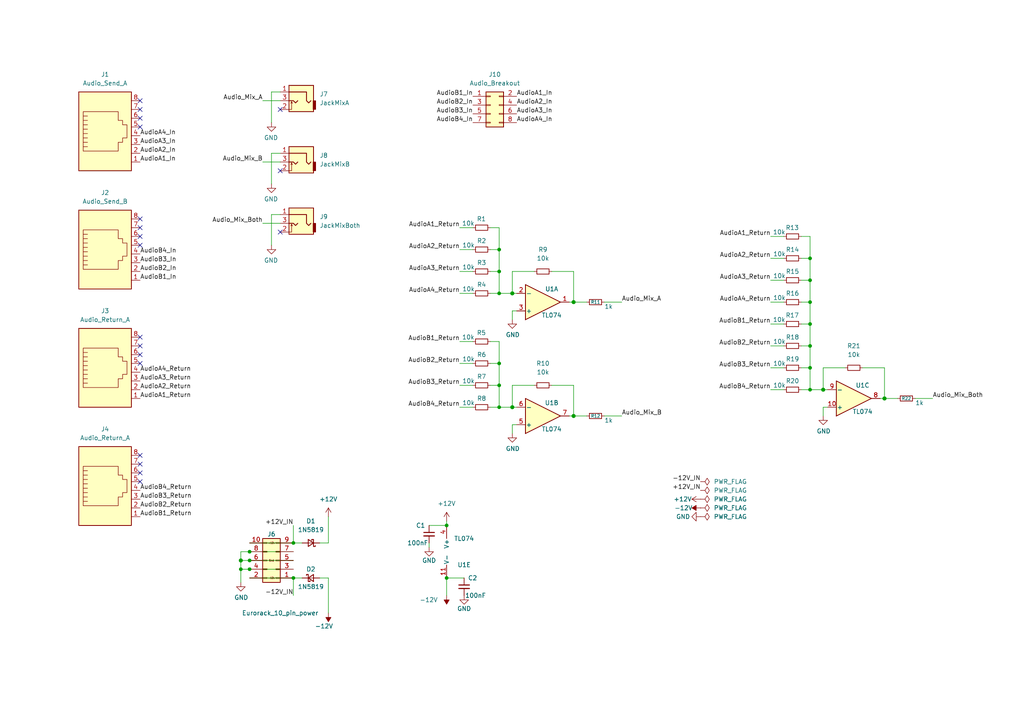
<source format=kicad_sch>
(kicad_sch (version 20211123) (generator eeschema)
  (paper "A4")
  (title_block (title "Quadraphone Controls") (rev "1.0") (company "Mountjoy Modular"))
  (lib_symbols
    (symbol "Amplifier_Operational:TL074" (pin_names (offset 0.127))
      (property "Reference" "U" (at 0 5.08 0))
      (property "Value" "TL074" (at 0 -5.08 0))
      (symbol "TL074_1_1"
        (polyline (pts (xy -5.08 5.08) (xy 5.08 0) (xy -5.08 -5.08) (xy -5.08 5.08)) (stroke (width 0.254)) (fill (type background)))
        (pin output line (at 7.62 0 180) (length 2.54) (name "~") (number "1"))
        (pin input line (at -7.62 -2.54 0) (length 2.54) (name "-") (number "2"))
        (pin input line (at -7.62 2.54 0) (length 2.54) (name "+") (number "3"))
      )
      (symbol "TL074_2_1"
        (polyline (pts (xy -5.08 5.08) (xy 5.08 0) (xy -5.08 -5.08) (xy -5.08 5.08)) (stroke (width 0.254)) (fill (type background)))
        (pin input line (at -7.62 2.54 0) (length 2.54) (name "+") (number "5"))
        (pin input line (at -7.62 -2.54 0) (length 2.54) (name "-") (number "6"))
        (pin output line (at 7.62 0 180) (length 2.54) (name "~") (number "7"))
      )
      (symbol "TL074_3_1"
        (polyline (pts (xy -5.08 5.08) (xy 5.08 0) (xy -5.08 -5.08) (xy -5.08 5.08)) (stroke (width 0.254)) (fill (type background)))
        (pin input line (at -7.62 2.54 0) (length 2.54) (name "+") (number "10"))
        (pin output line (at 7.62 0 180) (length 2.54) (name "~") (number "8"))
        (pin input line (at -7.62 -2.54 0) (length 2.54) (name "-") (number "9"))
      )
      (symbol "TL074_4_1"
        (polyline (pts (xy -5.08 5.08) (xy 5.08 0) (xy -5.08 -5.08) (xy -5.08 5.08)) (stroke (width 0.254)) (fill (type background)))
        (pin input line (at -7.62 2.54 0) (length 2.54) (name "+") (number "12"))
        (pin input line (at -7.62 -2.54 0) (length 2.54) (name "-") (number "13"))
        (pin output line (at 7.62 0 180) (length 2.54) (name "~") (number "14"))
      )
      (symbol "TL074_5_1"
        (pin power_in line (at -2.54 -7.62 90) (length 3.81) (name "V-") (number "11"))
        (pin power_in line (at -2.54 7.62 270) (length 3.81) (name "V+") (number "4"))
      )
    )
    (symbol "Connector:RJ45" (pin_names (offset 1.016))
      (property "Reference" "J" (at -5.08 13.97 0))
      (property "Value" "RJ45" (at 2.54 13.97 0))
      (symbol "RJ45_0_1"
        (polyline (pts (xy -5.08 4.445) (xy -6.35 4.445)))
        (polyline (pts (xy -5.08 5.715) (xy -6.35 5.715)))
        (polyline (pts (xy -6.35 -3.175) (xy -5.08 -3.175) (xy -5.08 -3.175)))
        (polyline (pts (xy -6.35 -1.905) (xy -5.08 -1.905) (xy -5.08 -1.905)))
        (polyline (pts (xy -6.35 -0.635) (xy -5.08 -0.635) (xy -5.08 -0.635)))
        (polyline (pts (xy -6.35 0.635) (xy -5.08 0.635) (xy -5.08 0.635)))
        (polyline (pts (xy -6.35 1.905) (xy -5.08 1.905) (xy -5.08 1.905)))
        (polyline (pts (xy -5.08 3.175) (xy -6.35 3.175) (xy -6.35 3.175)))
        (polyline (pts (xy -6.35 -4.445) (xy -6.35 6.985) (xy 3.81 6.985) (xy 3.81 4.445) (xy 5.08 4.445) (xy 5.08 3.175) (xy 6.35 3.175) (xy 6.35 -0.635) (xy 5.08 -0.635) (xy 5.08 -1.905) (xy 3.81 -1.905) (xy 3.81 -4.445) (xy -6.35 -4.445) (xy -6.35 -4.445)))
        (rectangle (start 7.62 12.7) (end -7.62 -10.16) (stroke (width 0.254)) (fill (type background)))
      )
      (symbol "RJ45_1_1"
        (pin passive line (at 10.16 -7.62 180) (length 2.54) (name "~") (number "1"))
        (pin passive line (at 10.16 -5.08 180) (length 2.54) (name "~") (number "2"))
        (pin passive line (at 10.16 -2.54 180) (length 2.54) (name "~") (number "3"))
        (pin passive line (at 10.16 0 180) (length 2.54) (name "~") (number "4"))
        (pin passive line (at 10.16 2.54 180) (length 2.54) (name "~") (number "5"))
        (pin passive line (at 10.16 5.08 180) (length 2.54) (name "~") (number "6"))
        (pin passive line (at 10.16 7.62 180) (length 2.54) (name "~") (number "7"))
        (pin passive line (at 10.16 10.16 180) (length 2.54) (name "~") (number "8"))
      )
    )
    (symbol "Connector_Generic:Conn_02x04_Odd_Even" (pin_names (offset 1.016) hide)
      (property "Reference" "J" (at 1.27 5.08 0))
      (property "Value" "Conn_02x04_Odd_Even" (at 1.27 -7.62 0))
      (symbol "Conn_02x04_Odd_Even_1_1"
        (rectangle (start -1.27 -4.953) (end 0 -5.207) (stroke (width 0.1524)))
        (rectangle (start -1.27 -2.413) (end 0 -2.667) (stroke (width 0.1524)))
        (rectangle (start -1.27 0.127) (end 0 -0.127) (stroke (width 0.1524)))
        (rectangle (start -1.27 2.667) (end 0 2.413) (stroke (width 0.1524)))
        (rectangle (start -1.27 3.81) (end 3.81 -6.35) (stroke (width 0.254)) (fill (type background)))
        (rectangle (start 3.81 -4.953) (end 2.54 -5.207) (stroke (width 0.1524)))
        (rectangle (start 3.81 -2.413) (end 2.54 -2.667) (stroke (width 0.1524)))
        (rectangle (start 3.81 0.127) (end 2.54 -0.127) (stroke (width 0.1524)))
        (rectangle (start 3.81 2.667) (end 2.54 2.413) (stroke (width 0.1524)))
        (pin passive line (at -5.08 2.54 0) (length 3.81) (name "Pin_1") (number "1"))
        (pin passive line (at 7.62 2.54 180) (length 3.81) (name "Pin_2") (number "2"))
        (pin passive line (at -5.08 0 0) (length 3.81) (name "Pin_3") (number "3"))
        (pin passive line (at 7.62 0 180) (length 3.81) (name "Pin_4") (number "4"))
        (pin passive line (at -5.08 -2.54 0) (length 3.81) (name "Pin_5") (number "5"))
        (pin passive line (at 7.62 -2.54 180) (length 3.81) (name "Pin_6") (number "6"))
        (pin passive line (at -5.08 -5.08 0) (length 3.81) (name "Pin_7") (number "7"))
        (pin passive line (at 7.62 -5.08 180) (length 3.81) (name "Pin_8") (number "8"))
      )
    )
    (symbol "Device:C_Small" (pin_numbers hide) (pin_names (offset 0.254) hide)
      (property "Reference" "C" (at 0.254 1.778 0))
      (property "Value" "C_Small" (at 0.254 -2.032 0))
      (symbol "C_Small_0_1"
        (polyline (pts (xy -1.524 -0.508) (xy 1.524 -0.508)) (stroke (width 0.3302)))
        (polyline (pts (xy -1.524 0.508) (xy 1.524 0.508)) (stroke (width 0.3048)))
      )
      (symbol "C_Small_1_1"
        (pin passive line (at 0 2.54 270) (length 2.032) (name "~") (number "1"))
        (pin passive line (at 0 -2.54 90) (length 2.032) (name "~") (number "2"))
      )
    )
    (symbol "Device:D_Schottky_Small" (pin_numbers hide) (pin_names (offset 0.254) hide)
      (property "Reference" "D" (at -1.27 2.032 0))
      (property "Value" "D_Schottky_Small" (at -7.112 -2.032 0))
      (symbol "D_Schottky_Small_0_1"
        (polyline (pts (xy -0.762 0) (xy 0.762 0)))
        (polyline (pts (xy 0.762 -1.016) (xy -0.762 0) (xy 0.762 1.016) (xy 0.762 -1.016)) (stroke (width 0.254)))
        (polyline (pts (xy -1.27 0.762) (xy -1.27 1.016) (xy -0.762 1.016) (xy -0.762 -1.016) (xy -0.254 -1.016) (xy -0.254 -0.762)) (stroke (width 0.254)))
      )
      (symbol "D_Schottky_Small_1_1"
        (pin passive line (at -2.54 0 0) (length 1.778) (name "K") (number "1"))
        (pin passive line (at 2.54 0 180) (length 1.778) (name "A") (number "2"))
      )
    )
    (symbol "Device:R_Small" (pin_numbers hide) (pin_names (offset 0.254) hide)
      (property "Reference" "R" (at 0.762 0.508 0))
      (property "Value" "R_Small" (at 0.762 -1.016 0))
      (symbol "R_Small_0_1"
        (rectangle (start -0.762 1.778) (end 0.762 -1.778) (stroke (width 0.2032)))
      )
      (symbol "R_Small_1_1"
        (pin passive line (at 0 2.54 270) (length 0.762) (name "~") (number "1"))
        (pin passive line (at 0 -2.54 90) (length 0.762) (name "~") (number "2"))
      )
    )
    (symbol "Eurorack Header:Eurorack_10_pin_power" (pin_names (offset 1.016) hide)
      (property "Reference" "J" (at 1.27 7.62 0))
      (property "Value" "Eurorack_10_pin_power" (at 1.27 -7.62 0))
      (symbol "Eurorack_10_pin_power_1_0"
        (text "+12v" (at 1.27 -5.08 0) (effects (font (size 0.508 0.508))))
        (text "-12v" (at 1.27 5.08 0) (effects (font (size 0.508 0.508))))
        (text "Gnd" (at 1.27 0 0) (effects (font (size 0.508 0.508))))
      )
      (symbol "Eurorack_10_pin_power_1_1"
        (rectangle (start -1.27 -4.953) (end 0 -5.207) (stroke (width 0.1524)))
        (rectangle (start -1.27 -2.413) (end 0 -2.667) (stroke (width 0.1524)))
        (rectangle (start -1.27 0.127) (end 0 -0.127) (stroke (width 0.1524)))
        (rectangle (start -1.27 2.667) (end 0 2.413) (stroke (width 0.1524)))
        (rectangle (start -1.27 5.207) (end 0 4.953) (stroke (width 0.1524)))
        (rectangle (start -1.27 6.35) (end 3.81 -6.35) (stroke (width 0.254)) (fill (type background)))
        (rectangle (start 3.81 -4.953) (end 2.54 -5.207) (stroke (width 0.1524)))
        (rectangle (start 3.81 -2.413) (end 2.54 -2.667) (stroke (width 0.1524)))
        (rectangle (start 3.81 0.127) (end 2.54 -0.127) (stroke (width 0.1524)))
        (rectangle (start 3.81 2.667) (end 2.54 2.413) (stroke (width 0.1524)))
        (rectangle (start 3.81 5.207) (end 2.54 4.953) (stroke (width 0.1524)))
        (pin power_in line (at -5.08 5.08 0) (length 3.81) (name "Pin_1") (number "1"))
        (pin passive line (at 7.62 -5.08 180) (length 3.81) (name "Pin_10") (number "10"))
        (pin passive line (at 7.62 5.08 180) (length 3.81) (name "Pin_2") (number "2"))
        (pin passive line (at -5.08 2.54 0) (length 3.81) (name "Pin_3") (number "3"))
        (pin passive line (at 7.62 2.54 180) (length 3.81) (name "Pin_4") (number "4"))
        (pin power_in line (at -5.08 0 0) (length 3.81) (name "Pin_5") (number "5"))
        (pin passive line (at 7.62 0 180) (length 3.81) (name "Pin_6") (number "6"))
        (pin passive line (at -5.08 -2.54 0) (length 3.81) (name "Pin_7") (number "7"))
        (pin passive line (at 7.62 -2.54 180) (length 3.81) (name "Pin_8") (number "8"))
        (pin power_in line (at -5.08 -5.08 0) (length 3.81) (name "Pin_9") (number "9"))
      )
    )
    (symbol "power:+12V" (power) (pin_names (offset 0))
      (property "Value" "+12V" (at 0 3.556 0))
      (symbol "+12V_0_1"
        (polyline (pts (xy -0.762 1.27) (xy 0 2.54)))
        (polyline (pts (xy 0 0) (xy 0 2.54)))
        (polyline (pts (xy 0 2.54) (xy 0.762 1.27)))
      )
      (symbol "+12V_1_1"
        (pin power_in line (at 0 0 90) (length 0) hide (name "+12V") (number "1"))
      )
    )
    (symbol "power:-12V" (power) (pin_names (offset 0))
      (property "Value" "-12V" (at 0 3.81 0))
      (symbol "-12V_0_0"
        (pin power_in line (at 0 0 90) (length 0) hide (name "-12V") (number "1"))
      )
      (symbol "-12V_0_1"
        (polyline (pts (xy 0 0) (xy 0 1.27) (xy 0.762 1.27) (xy 0 2.54) (xy -0.762 1.27) (xy 0 1.27)) (fill (type outline)))
      )
    )
    (symbol "power:GND" (power) (pin_names (offset 0))
      (property "Value" "GND" (at 0 -3.81 0))
      (symbol "GND_0_1"
        (polyline (pts (xy 0 0) (xy 0 -1.27) (xy 1.27 -1.27) (xy 0 -2.54) (xy -1.27 -1.27) (xy 0 -1.27)))
      )
      (symbol "GND_1_1"
        (pin power_in line (at 0 0 270) (length 0) hide (name "GND") (number "1"))
      )
    )
    (symbol "power:PWR_FLAG" (power) (pin_numbers hide) (pin_names (offset 0) hide)
      (property "Value" "PWR_FLAG" (at 0 3.81 0))
      (symbol "PWR_FLAG_0_0"
        (pin power_out line (at 0 0 90) (length 0) (name "pwr") (number "1"))
      )
      (symbol "PWR_FLAG_0_1"
        (polyline (pts (xy 0 0) (xy 0 1.27) (xy -1.016 1.905) (xy 0 2.54) (xy 1.016 1.905) (xy 0 1.27)))
      )
    )
    (symbol "thonkiconn:AudioJack2_Ground_Switch" (pin_names (offset 1.016))
      (property "Reference" "J" (at 0 8.89 0))
      (property "Value" "AudioJack2_Ground_Switch" (at 0 6.35 0))
      (symbol "AudioJack2_Ground_Switch_0_1"
        (rectangle (start -4.445 -2.54) (end -5.207 0) (fill (type outline)))
        (polyline (pts (xy 1.778 -0.254) (xy 2.032 -0.762)))
        (polyline (pts (xy 0 0) (xy 0.635 -0.635) (xy 1.27 0) (xy 2.54 0)) (stroke (width 0.254)))
        (polyline (pts (xy 2.54 -2.54) (xy 1.778 -2.54) (xy 1.778 -0.254) (xy 1.524 -0.762)))
        (polyline (pts (xy 2.54 2.54) (xy -2.54 2.54) (xy -2.54 0) (xy -3.175 -0.635) (xy -3.81 0)) (stroke (width 0.254)))
        (rectangle (start 2.54 -3.175) (end -4.572 4.445) (stroke (width 0.254)) (fill (type background)))
      )
      (symbol "AudioJack2_Ground_Switch_1_1"
        (pin passive line (at 5.08 2.54 180) (length 2.54) (name "~") (number "1"))
        (pin passive line (at 5.08 -2.54 180) (length 2.54) (name "~") (number "2"))
        (pin passive line (at 5.08 0 180) (length 2.54) (name "~") (number "3"))
      )
    )
  )
  (junction (at 85.09 167.64))
  (junction (at 234.95 93.98))
  (junction (at 148.59 85.09) (diameter 1.016))
  (junction (at 144.78 85.09))
  (junction (at 148.59 118.11) (diameter 1.016))
  (junction (at 129.54 152.4))
  (junction (at 144.78 118.11))
  (junction (at 234.95 87.63))
  (junction (at 144.78 78.74))
  (junction (at 129.54 167.64))
  (junction (at 85.09 157.48))
  (junction (at 69.85 165.1))
  (junction (at 234.95 74.93))
  (junction (at 234.95 113.03))
  (junction (at 144.78 111.76))
  (junction (at 72.39 160.02))
  (junction (at 72.39 162.56))
  (junction (at 234.95 81.28))
  (junction (at 166.37 87.63) (diameter 1.016))
  (junction (at 234.95 106.68))
  (junction (at 69.85 162.56) (diameter 1.016))
  (junction (at 234.95 100.33))
  (junction (at 144.78 72.39))
  (junction (at 256.54 115.57) (diameter 1.016))
  (junction (at 144.78 105.41))
  (junction (at 238.76 113.03) (diameter 1.016))
  (junction (at 72.39 165.1))
  (junction (at 166.37 120.65) (diameter 1.016))
  (no_connect (at 40.64 132.08))
  (no_connect (at 40.64 63.5))
  (no_connect (at 81.28 31.75))
  (no_connect (at 40.64 34.29))
  (no_connect (at 40.64 71.12))
  (no_connect (at 40.64 134.62))
  (no_connect (at 40.64 68.58))
  (no_connect (at 81.28 67.31))
  (no_connect (at 81.28 49.53))
  (no_connect (at 40.64 66.04))
  (no_connect (at 40.64 102.87))
  (no_connect (at 40.64 137.16))
  (no_connect (at 40.64 29.21))
  (no_connect (at 40.64 139.7))
  (no_connect (at 40.64 100.33))
  (no_connect (at 40.64 31.75))
  (no_connect (at 40.64 105.41))
  (no_connect (at 40.64 36.83))
  (no_connect (at 40.64 97.79))
  (wire (pts (xy 234.95 93.98) (xy 234.95 100.33)))
  (wire (pts (xy 95.25 149.86) (xy 95.25 157.48)))
  (wire (pts (xy 232.41 100.33) (xy 234.95 100.33)))
  (wire (pts (xy 85.09 167.64) (xy 85.09 172.72)))
  (wire (pts (xy 142.24 78.74) (xy 144.78 78.74)))
  (wire (pts (xy 256.54 115.57) (xy 260.35 115.57)))
  (wire (pts (xy 232.41 81.28) (xy 234.95 81.28)))
  (wire (pts (xy 69.85 165.1) (xy 69.85 168.91)))
  (wire (pts (xy 72.39 167.64) (xy 85.09 167.64)))
  (wire (pts (xy 175.26 87.63) (xy 180.34 87.63)))
  (wire (pts (xy 148.59 78.74) (xy 154.94 78.74)))
  (wire (pts (xy 234.95 106.68) (xy 234.95 113.03)))
  (wire (pts (xy 129.54 167.64) (xy 129.54 172.72)))
  (wire (pts (xy 69.85 160.02) (xy 69.85 162.56)))
  (wire (pts (xy 148.59 118.11) (xy 149.86 118.11)))
  (wire (pts (xy 133.35 118.11) (xy 137.16 118.11)))
  (wire (pts (xy 223.52 93.98) (xy 227.33 93.98)))
  (wire (pts (xy 223.52 74.93) (xy 227.33 74.93)))
  (wire (pts (xy 85.09 152.4) (xy 85.09 157.48)))
  (wire (pts (xy 85.09 157.48) (xy 87.63 157.48)))
  (wire (pts (xy 72.39 157.48) (xy 85.09 157.48)))
  (wire (pts (xy 81.28 26.67) (xy 78.74 26.67)))
  (wire (pts (xy 69.85 160.02) (xy 72.39 160.02)))
  (wire (pts (xy 133.35 72.39) (xy 137.16 72.39)))
  (wire (pts (xy 144.78 99.06) (xy 144.78 105.41)))
  (wire (pts (xy 144.78 78.74) (xy 144.78 85.09)))
  (wire (pts (xy 142.24 105.41) (xy 144.78 105.41)))
  (wire (pts (xy 148.59 78.74) (xy 148.59 85.09)))
  (wire (pts (xy 133.35 78.74) (xy 137.16 78.74)))
  (wire (pts (xy 234.95 87.63) (xy 234.95 93.98)))
  (wire (pts (xy 72.39 160.02) (xy 85.09 160.02)))
  (wire (pts (xy 166.37 111.76) (xy 166.37 120.65)))
  (wire (pts (xy 166.37 78.74) (xy 160.02 78.74)))
  (wire (pts (xy 238.76 106.68) (xy 245.11 106.68)))
  (wire (pts (xy 69.85 162.56) (xy 72.39 162.56)))
  (wire (pts (xy 142.24 99.06) (xy 144.78 99.06)))
  (wire (pts (xy 144.78 118.11) (xy 148.59 118.11)))
  (wire (pts (xy 144.78 72.39) (xy 144.78 78.74)))
  (wire (pts (xy 232.41 106.68) (xy 234.95 106.68)))
  (wire (pts (xy 133.35 105.41) (xy 137.16 105.41)))
  (wire (pts (xy 149.86 123.19) (xy 148.59 123.19)))
  (wire (pts (xy 223.52 68.58) (xy 227.33 68.58)))
  (wire (pts (xy 223.52 106.68) (xy 227.33 106.68)))
  (wire (pts (xy 265.43 115.57) (xy 270.51 115.57)))
  (wire (pts (xy 223.52 81.28) (xy 227.33 81.28)))
  (wire (pts (xy 148.59 111.76) (xy 154.94 111.76)))
  (wire (pts (xy 232.41 93.98) (xy 234.95 93.98)))
  (wire (pts (xy 165.1 87.63) (xy 166.37 87.63)))
  (wire (pts (xy 142.24 118.11) (xy 144.78 118.11)))
  (wire (pts (xy 81.28 44.45) (xy 78.74 44.45)))
  (wire (pts (xy 124.46 152.4) (xy 129.54 152.4)))
  (wire (pts (xy 72.39 162.56) (xy 85.09 162.56)))
  (wire (pts (xy 234.95 81.28) (xy 234.95 87.63)))
  (wire (pts (xy 166.37 111.76) (xy 160.02 111.76)))
  (wire (pts (xy 232.41 113.03) (xy 234.95 113.03)))
  (wire (pts (xy 144.78 66.04) (xy 144.78 72.39)))
  (wire (pts (xy 234.95 100.33) (xy 234.95 106.68)))
  (wire (pts (xy 69.85 165.1) (xy 72.39 165.1)))
  (wire (pts (xy 223.52 87.63) (xy 227.33 87.63)))
  (wire (pts (xy 69.85 162.56) (xy 69.85 165.1)))
  (wire (pts (xy 232.41 87.63) (xy 234.95 87.63)))
  (wire (pts (xy 240.03 118.11) (xy 238.76 118.11)))
  (wire (pts (xy 142.24 72.39) (xy 144.78 72.39)))
  (wire (pts (xy 255.27 115.57) (xy 256.54 115.57)))
  (wire (pts (xy 165.1 120.65) (xy 166.37 120.65)))
  (wire (pts (xy 238.76 113.03) (xy 240.03 113.03)))
  (wire (pts (xy 124.46 157.48) (xy 124.46 158.75)))
  (wire (pts (xy 142.24 111.76) (xy 144.78 111.76)))
  (wire (pts (xy 133.35 99.06) (xy 137.16 99.06)))
  (wire (pts (xy 81.28 46.99) (xy 76.2 46.99)))
  (wire (pts (xy 92.71 157.48) (xy 95.25 157.48)))
  (wire (pts (xy 144.78 111.76) (xy 144.78 118.11)))
  (wire (pts (xy 81.28 29.21) (xy 76.2 29.21)))
  (wire (pts (xy 78.74 44.45) (xy 78.74 53.34)))
  (wire (pts (xy 81.28 64.77) (xy 76.2 64.77)))
  (wire (pts (xy 133.35 111.76) (xy 137.16 111.76)))
  (wire (pts (xy 85.09 167.64) (xy 87.63 167.64)))
  (wire (pts (xy 133.35 66.04) (xy 137.16 66.04)))
  (wire (pts (xy 232.41 68.58) (xy 234.95 68.58)))
  (wire (pts (xy 238.76 106.68) (xy 238.76 113.03)))
  (wire (pts (xy 78.74 26.67) (xy 78.74 35.56)))
  (wire (pts (xy 148.59 111.76) (xy 148.59 118.11)))
  (wire (pts (xy 92.71 167.64) (xy 95.25 167.64)))
  (wire (pts (xy 148.59 85.09) (xy 149.86 85.09)))
  (wire (pts (xy 134.62 167.64) (xy 129.54 167.64)))
  (wire (pts (xy 144.78 85.09) (xy 148.59 85.09)))
  (wire (pts (xy 223.52 100.33) (xy 227.33 100.33)))
  (wire (pts (xy 238.76 118.11) (xy 238.76 120.65)))
  (wire (pts (xy 234.95 113.03) (xy 238.76 113.03)))
  (wire (pts (xy 148.59 123.19) (xy 148.59 125.73)))
  (wire (pts (xy 142.24 85.09) (xy 144.78 85.09)))
  (wire (pts (xy 256.54 106.68) (xy 256.54 115.57)))
  (wire (pts (xy 166.37 78.74) (xy 166.37 87.63)))
  (wire (pts (xy 175.26 120.65) (xy 180.34 120.65)))
  (wire (pts (xy 166.37 87.63) (xy 170.18 87.63)))
  (wire (pts (xy 78.74 62.23) (xy 78.74 71.12)))
  (wire (pts (xy 232.41 74.93) (xy 234.95 74.93)))
  (wire (pts (xy 223.52 113.03) (xy 227.33 113.03)))
  (wire (pts (xy 133.35 85.09) (xy 137.16 85.09)))
  (wire (pts (xy 144.78 105.41) (xy 144.78 111.76)))
  (wire (pts (xy 149.86 90.17) (xy 148.59 90.17)))
  (wire (pts (xy 72.39 165.1) (xy 85.09 165.1)))
  (wire (pts (xy 142.24 66.04) (xy 144.78 66.04)))
  (wire (pts (xy 234.95 68.58) (xy 234.95 74.93)))
  (wire (pts (xy 148.59 90.17) (xy 148.59 92.71)))
  (wire (pts (xy 129.54 151.13) (xy 129.54 152.4)))
  (wire (pts (xy 81.28 62.23) (xy 78.74 62.23)))
  (wire (pts (xy 256.54 106.68) (xy 250.19 106.68)))
  (wire (pts (xy 166.37 120.65) (xy 170.18 120.65)))
  (wire (pts (xy 95.25 167.64) (xy 95.25 177.8)))
  (wire (pts (xy 234.95 74.93) (xy 234.95 81.28)))
  (text "Audio Mixed Output" (at -60.96 231.14 0) (effects (font (size 2.54 2.54) (thickness 0.508) bold) (justify left bottom)))
  (label "Audio_Mix_B" (at 180.34 120.65 0))
  (label "+12V_IN" (at 85.09 152.4 180))
  (label "+12V_IN" (at 203.2 142.24 180))
  (label "AudioA2_In" (at 149.86 30.48 0))
  (label "AudioB2_In" (at 40.64 78.74 0))
  (label "AudioA1_Return" (at 223.52 68.58 180))
  (label "AudioA3_Return" (at 40.64 110.49 0))
  (label "AudioB2_Return" (at 133.35 105.41 180))
  (label "AudioA4_In" (at 40.64 39.37 0))
  (label "AudioA2_In" (at 40.64 44.45 0))
  (label "AudioA3_Return" (at 223.52 81.28 180))
  (label "AudioB1_In" (at 40.64 81.28 0))
  (label "-12V_IN" (at 85.09 172.72 180))
  (label "AudioA1_In" (at 149.86 27.94 0))
  (label "AudioB3_Return" (at 133.35 111.76 180))
  (label "Audio_Mix_B" (at 76.2 46.99 180))
  (label "AudioA2_Return" (at 133.35 72.39 180))
  (label "AudioA4_In" (at 149.86 35.56 0))
  (label "AudioB3_Return" (at 223.52 106.68 180))
  (label "Audio_Mix_Both" (at 76.2 64.77 180))
  (label "AudioB1_Return" (at 133.35 99.06 180))
  (label "AudioA2_Return" (at 40.64 113.03 0))
  (label "AudioB1_Return" (at 223.52 93.98 180))
  (label "Audio_Mix_A" (at 180.34 87.63 0))
  (label "AudioB4_Return" (at 133.35 118.11 180))
  (label "AudioA1_Return" (at 40.64 115.57 0))
  (label "AudioB2_Return" (at 40.64 147.32 0))
  (label "AudioA1_In" (at 40.64 46.99 0))
  (label "AudioA4_Return" (at 223.52 87.63 180))
  (label "AudioB1_Return" (at 40.64 149.86 0))
  (label "AudioB4_Return" (at 40.64 142.24 0))
  (label "AudioB2_In" (at 137.16 30.48 180))
  (label "AudioA3_In" (at 40.64 41.91 0))
  (label "AudioA2_Return" (at 223.52 74.93 180))
  (label "AudioB3_In" (at 137.16 33.02 180))
  (label "AudioA4_Return" (at 133.35 85.09 180))
  (label "AudioA3_Return" (at 133.35 78.74 180))
  (label "AudioB4_In" (at 137.16 35.56 180))
  (label "AudioB2_Return" (at 223.52 100.33 180))
  (label "Audio_Mix_A" (at 76.2 29.21 180))
  (label "AudioA4_Return" (at 40.64 107.95 0))
  (label "AudioB3_Return" (at 40.64 144.78 0))
  (label "AudioA1_Return" (at 133.35 66.04 180))
  (label "AudioA3_In" (at 149.86 33.02 0))
  (label "AudioB1_In" (at 137.16 27.94 180))
  (label "AudioB3_In" (at 40.64 76.2 0))
  (label "-12V_IN" (at 203.2 139.7 180))
  (label "AudioB4_Return" (at 223.52 113.03 180))
  (label "Audio_Mix_Both" (at 270.51 115.57 0))
  (label "AudioB4_In" (at 40.64 73.66 0))
  (symbol (lib_id "Device:R_Small") (at 139.7 99.06 270) (unit 1)
    (property "Reference" "R5" (at 139.6275 96.52 90))
    (property "Value" "10k" (at 135.8175 97.79 90))
    (property "Footprint" "Resistor_SMD:R_0603_1608Metric" (effects hide))
    (property "Part_Number" "C22984" (effects hide))
  )
  (symbol (lib_id "thonkiconn:AudioJack2_Ground_Switch") (at 86.36 29.21 0) (mirror y) (unit 1)
    (property "Reference" "J7" (at 92.71 27.3049 0) (effects (justify right)))
    (property "Value" "JackMixA" (at 92.71 29.8449 0) (effects (justify right)))
    (property "Footprint" "Custom_Footprints:THONKICONN_hole" (effects hide))
  )
  (symbol (lib_id "Device:C_Small") (at 134.62 170.18 0) (mirror y) (unit 1)
    (property "Reference" "C2" (at 138.43 167.64 0) (effects (justify left)))
    (property "Value" "100nF" (at 140.97 172.72 0) (effects (justify left)))
    (property "Footprint" "Capacitor_SMD:C_0603_1608Metric" (effects hide))
    (property "Part_Number" "C23630" (effects hide))
  )
  (symbol (lib_id "Device:R_Small") (at 139.7 66.04 270) (unit 1)
    (property "Reference" "R1" (at 139.6275 63.5 90))
    (property "Value" "10k" (at 135.8175 64.77 90))
    (property "Footprint" "Resistor_SMD:R_0603_1608Metric" (effects hide))
    (property "Part_Number" "C22984" (effects hide))
  )
  (symbol (lib_id "Connector:RJ45") (at 30.48 73.66 0) (unit 1)
    (property "Reference" "J2" (at 30.48 55.88 0))
    (property "Value" "Audio_Send_B" (at 30.48 58.42 0))
    (property "Footprint" "Custom_Footprints:RJ45_Amphenol_RJHSE-3080" (effects hide))
  )
  (symbol (lib_id "Device:R_Small") (at 139.7 78.74 270) (unit 1)
    (property "Reference" "R3" (at 139.7 76.2 90))
    (property "Value" "10k" (at 135.89 77.47 90))
    (property "Footprint" "Resistor_SMD:R_0603_1608Metric" (effects hide))
    (property "Part_Number" "C22984" (effects hide))
  )
  (symbol (lib_id "power:PWR_FLAG") (at 203.2 144.78 270) (unit 1)
    (property "Reference" "#FLG03" (effects hide))
    (property "Value" "PWR_FLAG" (at 207.01 144.7799 90) (effects (justify left)))
  )
  (symbol (lib_id "Device:R_Small") (at 139.7 111.76 270) (unit 1)
    (property "Reference" "R7" (at 139.7 109.22 90))
    (property "Value" "10k" (at 135.89 110.49 90))
    (property "Footprint" "Resistor_SMD:R_0603_1608Metric" (effects hide))
    (property "Part_Number" "C22984" (effects hide))
  )
  (symbol (lib_id "power:-12V") (at 95.25 177.8 180) (unit 1)
    (property "Reference" "#PWR06" (effects hide))
    (property "Value" "-12V" (at 93.98 181.61 0))
  )
  (symbol (lib_id "Device:D_Schottky_Small") (at 90.17 167.64 0) (unit 1)
    (property "Reference" "D2" (at 90.17 165.1 0))
    (property "Value" "1N5819" (at 90.17 170.18 0))
    (property "Footprint" "Diode_SMD:D_SOD-123" (effects hide))
  )
  (symbol (lib_id "power:-12V") (at 129.54 172.72 180) (unit 1)
    (property "Reference" "#PWR09" (effects hide))
    (property "Value" "-12V" (at 127 173.9899 0) (effects (justify left)))
  )
  (symbol (lib_id "power:+12V") (at 129.54 151.13 0) (unit 1)
    (property "Reference" "#PWR08" (effects hide))
    (property "Value" "+12V" (at 129.54 146.05 0))
  )
  (symbol (lib_id "Device:R_Small") (at 172.72 87.63 270) (unit 1)
    (property "Reference" "R11" (at 172.72 87.63 90) (effects (font (size 0.9 0.9))))
    (property "Value" "1k" (at 176.53 88.9 90))
    (property "Footprint" "Resistor_SMD:R_0603_1608Metric" (effects hide))
    (property "Part_Number" "C21190" (effects hide))
  )
  (symbol (lib_id "Eurorack Header:Eurorack_10_pin_power") (at 80.01 162.56 180) (unit 1)
    (property "Reference" "J6" (at 78.74 154.94 0))
    (property "Value" "Eurorack_10_pin_power" (at 81.28 177.8 0))
    (property "Footprint" "Connector_PinHeader_2.54mm:PinHeader_2x05_P2.54mm_Vertical" (effects hide))
  )
  (symbol (lib_id "Device:C_Small") (at 124.46 154.94 0) (unit 1)
    (property "Reference" "C1" (at 120.65 152.4 0) (effects (justify left)))
    (property "Value" "100nF" (at 118.11 157.48 0) (effects (justify left)))
    (property "Footprint" "Capacitor_SMD:C_0603_1608Metric" (effects hide))
    (property "Part_Number" "C23630" (effects hide))
  )
  (symbol (lib_id "power:GND") (at 238.76 120.65 0) (unit 1)
    (property "Reference" "#PWR016" (effects hide))
    (property "Value" "GND" (at 238.887 125.0442 0))
  )
  (symbol (lib_id "power:GND") (at 148.59 125.73 0) (unit 1)
    (property "Reference" "#PWR012" (effects hide))
    (property "Value" "GND" (at 148.717 130.1242 0))
  )
  (symbol (lib_id "power:PWR_FLAG") (at 203.2 149.86 270) (unit 1)
    (property "Reference" "#FLG05" (effects hide))
    (property "Value" "PWR_FLAG" (at 207.01 149.8599 90) (effects (justify left)))
  )
  (symbol (lib_id "Amplifier_Operational:TL074") (at 157.48 120.65 0) (mirror x) (unit 2)
    (property "Reference" "U1" (at 160.02 116.84 0))
    (property "Value" "TL074" (at 160.02 124.46 0))
    (property "Footprint" "Package_SO:SOIC-14_3.9x8.7mm_P1.27mm" (effects hide))
    (property "Datasheet" "http://www.ti.com/lit/ds/symlink/tl071.pdf" (effects hide))
  )
  (symbol (lib_id "Device:R_Small") (at 139.7 72.39 270) (unit 1)
    (property "Reference" "R2" (at 139.7 69.85 90))
    (property "Value" "10k" (at 135.89 71.12 90))
    (property "Footprint" "Resistor_SMD:R_0603_1608Metric" (effects hide))
    (property "Part_Number" "C22984" (effects hide))
  )
  (symbol (lib_id "thonkiconn:AudioJack2_Ground_Switch") (at 86.36 64.77 0) (mirror y) (unit 1)
    (property "Reference" "J9" (at 92.71 62.8649 0) (effects (justify right)))
    (property "Value" "JackMixBoth" (at 92.71 65.4049 0) (effects (justify right)))
    (property "Footprint" "Custom_Footprints:THONKICONN_hole" (effects hide))
  )
  (symbol (lib_id "Device:R_Small") (at 229.87 68.58 270) (unit 1)
    (property "Reference" "R13" (at 229.7975 66.04 90))
    (property "Value" "10k" (at 225.9875 67.31 90))
    (property "Footprint" "Resistor_SMD:R_0603_1608Metric" (effects hide))
    (property "Part_Number" "C22984" (effects hide))
  )
  (symbol (lib_id "power:PWR_FLAG") (at 203.2 139.7 270) (unit 1)
    (property "Reference" "#FLG01" (effects hide))
    (property "Value" "PWR_FLAG" (at 207.01 139.6999 90) (effects (justify left)))
  )
  (symbol (lib_id "power:GND") (at 148.59 92.71 0) (unit 1)
    (property "Reference" "#PWR011" (effects hide))
    (property "Value" "GND" (at 148.717 97.1042 0))
  )
  (symbol (lib_id "Device:R_Small") (at 229.87 74.93 270) (unit 1)
    (property "Reference" "R14" (at 229.87 72.39 90))
    (property "Value" "10k" (at 226.06 73.66 90))
    (property "Footprint" "Resistor_SMD:R_0603_1608Metric" (effects hide))
    (property "Part_Number" "C22984" (effects hide))
  )
  (symbol (lib_id "Device:R_Small") (at 172.72 120.65 270) (unit 1)
    (property "Reference" "R12" (at 172.72 120.65 90) (effects (font (size 0.9 0.9))))
    (property "Value" "1k" (at 176.53 121.92 90))
    (property "Footprint" "Resistor_SMD:R_0603_1608Metric" (effects hide))
    (property "Part_Number" "C21190" (effects hide))
  )
  (symbol (lib_id "power:+12V") (at 95.25 149.86 0) (unit 1)
    (property "Reference" "#PWR05" (effects hide))
    (property "Value" "+12V" (at 95.25 144.78 0))
  )
  (symbol (lib_id "Device:R_Small") (at 229.87 113.03 270) (unit 1)
    (property "Reference" "R20" (at 229.87 110.49 90))
    (property "Value" "10k" (at 226.06 111.76 90))
    (property "Footprint" "Resistor_SMD:R_0603_1608Metric" (effects hide))
    (property "Part_Number" "C22984" (effects hide))
  )
  (symbol (lib_id "Connector:RJ45") (at 30.48 142.24 0) (unit 1)
    (property "Reference" "J4" (at 30.48 124.46 0))
    (property "Value" "Audio_Return_A" (at 30.48 127 0))
    (property "Footprint" "Custom_Footprints:RJ45_Amphenol_RJHSE-3080" (effects hide))
  )
  (symbol (lib_id "Device:R_Small") (at 157.48 78.74 270) (unit 1)
    (property "Reference" "R9" (at 157.48 72.39 90))
    (property "Value" "10k" (at 157.48 74.93 90))
    (property "Footprint" "Resistor_SMD:R_0603_1608Metric" (effects hide))
    (property "Part_Number" "C22984" (effects hide))
  )
  (symbol (lib_id "Device:R_Small") (at 262.89 115.57 270) (unit 1)
    (property "Reference" "R22" (at 262.89 115.57 90) (effects (font (size 0.9 0.9))))
    (property "Value" "1k" (at 266.7 116.84 90))
    (property "Footprint" "Resistor_SMD:R_0603_1608Metric" (effects hide))
    (property "Part_Number" "C21190" (effects hide))
  )
  (symbol (lib_id "Device:R_Small") (at 139.7 85.09 270) (unit 1)
    (property "Reference" "R4" (at 139.7 82.55 90))
    (property "Value" "10k" (at 135.89 83.82 90))
    (property "Footprint" "Resistor_SMD:R_0603_1608Metric" (effects hide))
    (property "Part_Number" "C22984" (effects hide))
  )
  (symbol (lib_id "power:PWR_FLAG") (at 203.2 142.24 270) (unit 1)
    (property "Reference" "#FLG02" (effects hide))
    (property "Value" "PWR_FLAG" (at 207.01 142.2399 90) (effects (justify left)))
  )
  (symbol (lib_id "Amplifier_Operational:TL074") (at 157.48 87.63 0) (mirror x) (unit 1)
    (property "Reference" "U1" (at 160.02 83.82 0))
    (property "Value" "TL074" (at 160.02 91.44 0))
    (property "Footprint" "Package_SO:SOIC-14_3.9x8.7mm_P1.27mm" (effects hide))
    (property "Datasheet" "http://www.ti.com/lit/ds/symlink/tl071.pdf" (effects hide))
  )
  (symbol (lib_id "Device:R_Small") (at 139.7 118.11 270) (unit 1)
    (property "Reference" "R8" (at 139.7 115.57 90))
    (property "Value" "10k" (at 135.89 116.84 90))
    (property "Footprint" "Resistor_SMD:R_0603_1608Metric" (effects hide))
    (property "Part_Number" "C22984" (effects hide))
  )
  (symbol (lib_id "thonkiconn:AudioJack2_Ground_Switch") (at 86.36 46.99 0) (mirror y) (unit 1)
    (property "Reference" "J8" (at 92.71 45.0849 0) (effects (justify right)))
    (property "Value" "JackMixB" (at 92.71 47.6249 0) (effects (justify right)))
    (property "Footprint" "Custom_Footprints:THONKICONN_hole" (effects hide))
  )
  (symbol (lib_id "Device:R_Small") (at 247.65 106.68 270) (unit 1)
    (property "Reference" "R21" (at 247.65 100.33 90))
    (property "Value" "10k" (at 247.65 102.87 90))
    (property "Footprint" "Resistor_SMD:R_0603_1608Metric" (effects hide))
    (property "Part_Number" "C22984" (effects hide))
  )
  (symbol (lib_id "power:PWR_FLAG") (at 203.2 147.32 270) (unit 1)
    (property "Reference" "#FLG04" (effects hide))
    (property "Value" "PWR_FLAG" (at 207.01 147.3199 90) (effects (justify left)))
  )
  (symbol (lib_id "Amplifier_Operational:TL074") (at 132.08 160.02 0) (unit 5)
    (property "Reference" "U1" (at 134.62 163.83 0))
    (property "Value" "TL074" (at 134.62 156.21 0))
    (property "Footprint" "Package_SO:SOIC-14_3.9x8.7mm_P1.27mm" (effects hide))
    (property "Datasheet" "http://www.ti.com/lit/ds/symlink/tl071.pdf" (effects hide))
  )
  (symbol (lib_id "Device:R_Small") (at 229.87 93.98 270) (unit 1)
    (property "Reference" "R17" (at 229.7975 91.44 90))
    (property "Value" "10k" (at 225.9875 92.71 90))
    (property "Footprint" "Resistor_SMD:R_0603_1608Metric" (effects hide))
    (property "Part_Number" "C22984" (effects hide))
  )
  (symbol (lib_id "power:+12V") (at 203.2 144.78 90) (unit 1)
    (property "Reference" "#PWR013" (effects hide))
    (property "Value" "+12V" (at 200.66 144.78 90) (effects (justify left)))
  )
  (symbol (lib_id "Device:R_Small") (at 229.87 81.28 270) (unit 1)
    (property "Reference" "R15" (at 229.87 78.74 90))
    (property "Value" "10k" (at 226.06 80.01 90))
    (property "Footprint" "Resistor_SMD:R_0603_1608Metric" (effects hide))
    (property "Part_Number" "C22984" (effects hide))
  )
  (symbol (lib_id "power:-12V") (at 203.2 147.32 90) (unit 1)
    (property "Reference" "#PWR014" (effects hide))
    (property "Value" "-12V" (at 195.58 147.32 90) (effects (justify right)))
  )
  (symbol (lib_id "Device:D_Schottky_Small") (at 90.17 157.48 180) (unit 1)
    (property "Reference" "D1" (at 90.17 151.13 0))
    (property "Value" "1N5819" (at 90.17 153.67 0))
    (property "Footprint" "Diode_SMD:D_SOD-123" (effects hide))
  )
  (symbol (lib_id "power:GND") (at 78.74 53.34 0) (mirror y) (unit 1)
    (property "Reference" "#PWR03" (effects hide))
    (property "Value" "GND" (at 78.613 57.7342 0))
  )
  (symbol (lib_id "Amplifier_Operational:TL074") (at 247.65 115.57 0) (mirror x) (unit 3)
    (property "Reference" "U1" (at 250.19 111.76 0))
    (property "Value" "TL074" (at 250.19 119.38 0))
    (property "Footprint" "Package_SO:SOIC-14_3.9x8.7mm_P1.27mm" (effects hide))
    (property "Datasheet" "http://www.ti.com/lit/ds/symlink/tl071.pdf" (effects hide))
  )
  (symbol (lib_id "Device:R_Small") (at 229.87 100.33 270) (unit 1)
    (property "Reference" "R18" (at 229.87 97.79 90))
    (property "Value" "10k" (at 226.06 99.06 90))
    (property "Footprint" "Resistor_SMD:R_0603_1608Metric" (effects hide))
    (property "Part_Number" "C22984" (effects hide))
  )
  (symbol (lib_id "Connector:RJ45") (at 30.48 39.37 0) (unit 1)
    (property "Reference" "J1" (at 30.48 21.59 0))
    (property "Value" "Audio_Send_A" (at 30.48 24.13 0))
    (property "Footprint" "Custom_Footprints:RJ45_Amphenol_RJHSE-3080" (effects hide))
  )
  (symbol (lib_id "power:GND") (at 69.85 168.91 0) (unit 1)
    (property "Reference" "#PWR01" (effects hide))
    (property "Value" "GND" (at 69.977 173.3042 0))
  )
  (symbol (lib_id "power:GND") (at 124.46 158.75 0) (unit 1)
    (property "Reference" "#PWR07" (effects hide))
    (property "Value" "GND" (at 124.46 162.56 0))
  )
  (symbol (lib_id "power:GND") (at 203.2 149.86 270) (unit 1)
    (property "Reference" "#PWR015" (effects hide))
    (property "Value" "GND" (at 198.12 149.86 90))
  )
  (symbol (lib_id "Device:R_Small") (at 139.7 105.41 270) (unit 1)
    (property "Reference" "R6" (at 139.7 102.87 90))
    (property "Value" "10k" (at 135.89 104.14 90))
    (property "Footprint" "Resistor_SMD:R_0603_1608Metric" (effects hide))
    (property "Part_Number" "C22984" (effects hide))
  )
  (symbol (lib_id "power:GND") (at 78.74 71.12 0) (mirror y) (unit 1)
    (property "Reference" "#PWR04" (effects hide))
    (property "Value" "GND" (at 78.613 75.5142 0))
  )
  (symbol (lib_id "power:GND") (at 134.62 172.72 0) (mirror y) (unit 1)
    (property "Reference" "#PWR010" (effects hide))
    (property "Value" "GND" (at 134.62 176.53 0))
  )
  (symbol (lib_id "Connector_Generic:Conn_02x04_Odd_Even") (at 142.24 30.48 0) (unit 1)
    (property "Reference" "J10" (at 143.51 21.59 0))
    (property "Value" "Audio_Breakout" (at 143.51 24.13 0))
    (property "Footprint" "Connector_PinHeader_2.54mm:PinHeader_2x04_P2.54mm_Vertical" (effects hide))
  )
  (symbol (lib_id "Device:R_Small") (at 229.87 106.68 270) (unit 1)
    (property "Reference" "R19" (at 229.87 104.14 90))
    (property "Value" "10k" (at 226.06 105.41 90))
    (property "Footprint" "Resistor_SMD:R_0603_1608Metric" (effects hide))
    (property "Part_Number" "C22984" (effects hide))
  )
  (symbol (lib_id "Connector:RJ45") (at 30.48 107.95 0) (unit 1)
    (property "Reference" "J3" (at 30.48 90.17 0))
    (property "Value" "Audio_Return_A" (at 30.48 92.71 0))
    (property "Footprint" "Custom_Footprints:RJ45_Amphenol_RJHSE-3080" (effects hide))
  )
  (symbol (lib_id "power:GND") (at 78.74 35.56 0) (mirror y) (unit 1)
    (property "Reference" "#PWR02" (effects hide))
    (property "Value" "GND" (at 78.613 39.9542 0))
  )
  (symbol (lib_id "Device:R_Small") (at 229.87 87.63 270) (unit 1)
    (property "Reference" "R16" (at 229.87 85.09 90))
    (property "Value" "10k" (at 226.06 86.36 90))
    (property "Footprint" "Resistor_SMD:R_0603_1608Metric" (effects hide))
    (property "Part_Number" "C22984" (effects hide))
  )
  (symbol (lib_id "Device:R_Small") (at 157.48 111.76 270) (unit 1)
    (property "Reference" "R10" (at 157.48 105.41 90))
    (property "Value" "10k" (at 157.48 107.95 90))
    (property "Footprint" "Resistor_SMD:R_0603_1608Metric" (effects hide))
    (property "Part_Number" "C22984" (effects hide))
  )
)
</source>
